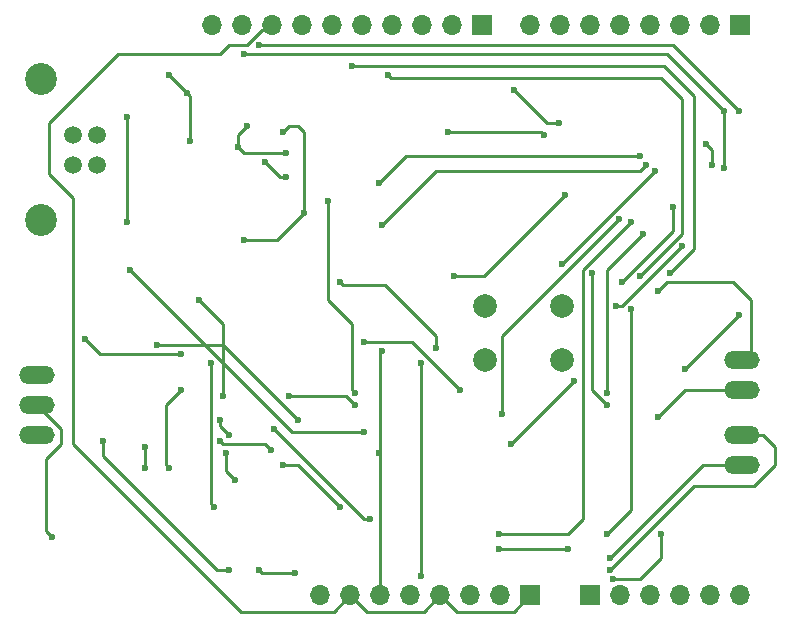
<source format=gbl>
G04 #@! TF.FileFunction,Copper,L2,Bot,Signal*
%FSLAX46Y46*%
G04 Gerber Fmt 4.6, Leading zero omitted, Abs format (unit mm)*
G04 Created by KiCad (PCBNEW 4.0.7) date Sunday, September 09, 2018 'PMt' 03:54:26 PM*
%MOMM*%
%LPD*%
G01*
G04 APERTURE LIST*
%ADD10C,0.100000*%
%ADD11C,1.520000*%
%ADD12C,2.700000*%
%ADD13R,1.700000X1.700000*%
%ADD14O,1.700000X1.700000*%
%ADD15O,3.010000X1.510000*%
%ADD16C,2.000000*%
%ADD17C,0.600000*%
%ADD18C,0.250000*%
G04 APERTURE END LIST*
D10*
D11*
X124460000Y-72390000D03*
X124460000Y-74930000D03*
X122460000Y-74930000D03*
X122460000Y-72390000D03*
D12*
X119760000Y-67660000D03*
X119760000Y-79660000D03*
D13*
X157099000Y-63119000D03*
D14*
X154559000Y-63119000D03*
X152019000Y-63119000D03*
X149479000Y-63119000D03*
X146939000Y-63119000D03*
X144399000Y-63119000D03*
X141859000Y-63119000D03*
X139319000Y-63119000D03*
X136779000Y-63119000D03*
X134239000Y-63119000D03*
D13*
X166243000Y-111379000D03*
D14*
X168783000Y-111379000D03*
X171323000Y-111379000D03*
X173863000Y-111379000D03*
X176403000Y-111379000D03*
X178943000Y-111379000D03*
D13*
X161163000Y-111379000D03*
D14*
X158623000Y-111379000D03*
X156083000Y-111379000D03*
X153543000Y-111379000D03*
X151003000Y-111379000D03*
X148463000Y-111379000D03*
X145923000Y-111379000D03*
X143383000Y-111379000D03*
D13*
X178943000Y-63119000D03*
D14*
X176403000Y-63119000D03*
X173863000Y-63119000D03*
X171323000Y-63119000D03*
X168783000Y-63119000D03*
X166243000Y-63119000D03*
X163703000Y-63119000D03*
X161163000Y-63119000D03*
D15*
X179070000Y-93980000D03*
X179070000Y-91440000D03*
X179070000Y-100330000D03*
X179070000Y-97790000D03*
X119380000Y-97790000D03*
X119380000Y-95250000D03*
X119380000Y-92710000D03*
D16*
X163830000Y-86940000D03*
X163830000Y-91440000D03*
X157330000Y-86940000D03*
X157330000Y-91440000D03*
D17*
X120650000Y-106426000D03*
X128524000Y-98806000D03*
X128524000Y-100584000D03*
X137160000Y-71628000D03*
X140462000Y-73914000D03*
X136398000Y-73406000D03*
X159766000Y-68580000D03*
X163576000Y-71374000D03*
X139446000Y-97282000D03*
X147574000Y-104902000D03*
X133096000Y-86360000D03*
X135128000Y-94488000D03*
X140716000Y-94488000D03*
X146304000Y-95250000D03*
X127254000Y-83820000D03*
X147066000Y-97536000D03*
X129540000Y-90170000D03*
X141478000Y-96520000D03*
X132334000Y-72898000D03*
X132080000Y-68834000D03*
X130556000Y-67310000D03*
X123444000Y-89662000D03*
X131572000Y-90932000D03*
X134112000Y-91694000D03*
X134366000Y-103886000D03*
X147066000Y-89916000D03*
X155194000Y-93980000D03*
X138684000Y-74676000D03*
X140462000Y-75946000D03*
X164338000Y-107442000D03*
X158496000Y-107442000D03*
X170688000Y-80772000D03*
X167640000Y-94234000D03*
X173990000Y-81788000D03*
X168402000Y-86868000D03*
X148336000Y-99314000D03*
X148590000Y-90678000D03*
X163830000Y-83312000D03*
X171704000Y-75438000D03*
X146304000Y-94234000D03*
X144018000Y-77978000D03*
X151892000Y-109728000D03*
X151892000Y-91694000D03*
X153162000Y-90424000D03*
X145034000Y-84836000D03*
X141986000Y-78994000D03*
X136906000Y-81280000D03*
X140208000Y-72136000D03*
X124968000Y-98298000D03*
X135636000Y-109220000D03*
X141224000Y-109474000D03*
X138176000Y-109220000D03*
X127000000Y-70866000D03*
X127000000Y-79756000D03*
X131572000Y-93980000D03*
X130556000Y-100584000D03*
X134874000Y-98298000D03*
X139192000Y-99060000D03*
X140208000Y-100330000D03*
X145034000Y-103886000D03*
X134874000Y-96520000D03*
X135636000Y-97790000D03*
X135382000Y-99314000D03*
X136144000Y-101600000D03*
X173228000Y-78486000D03*
X168910000Y-84836000D03*
X169672000Y-87122000D03*
X167640000Y-106172000D03*
X162306000Y-72390000D03*
X154178000Y-72136000D03*
X164084000Y-77470000D03*
X154686000Y-84328000D03*
X168656000Y-79502000D03*
X158750000Y-96012000D03*
X169672000Y-79756000D03*
X158496000Y-106172000D03*
X167640000Y-95250000D03*
X166370000Y-84074000D03*
X149098000Y-67310000D03*
X170434000Y-84328000D03*
X172974000Y-84074000D03*
X146050000Y-66548000D03*
X178816000Y-87630000D03*
X174244000Y-92202000D03*
X176530000Y-74930000D03*
X176022000Y-73152000D03*
X178816000Y-70358000D03*
X138176000Y-64770000D03*
X177546000Y-75184000D03*
X177546000Y-70358000D03*
X136906000Y-65532000D03*
X170942000Y-74930000D03*
X148590000Y-80010000D03*
X148336000Y-76454000D03*
X170434000Y-74168000D03*
X159512000Y-98552000D03*
X164846000Y-93218000D03*
X171958000Y-85598000D03*
X171958000Y-96266000D03*
X172212000Y-106172000D03*
X168148000Y-109982000D03*
X167894000Y-108204000D03*
X167894000Y-109220000D03*
D18*
X120650000Y-106426000D02*
X120142000Y-105918000D01*
X120142000Y-105918000D02*
X120142000Y-99822000D01*
X120142000Y-99822000D02*
X121412000Y-98552000D01*
X121412000Y-98552000D02*
X121412000Y-97282000D01*
X121412000Y-97282000D02*
X119380000Y-95250000D01*
X128524000Y-100584000D02*
X128524000Y-98806000D01*
X136398000Y-72390000D02*
X136398000Y-73406000D01*
X137160000Y-71628000D02*
X136398000Y-72390000D01*
X136906000Y-73914000D02*
X140462000Y-73914000D01*
X136398000Y-73406000D02*
X136906000Y-73914000D01*
X162560000Y-71374000D02*
X159766000Y-68580000D01*
X163576000Y-71374000D02*
X162560000Y-71374000D01*
X147066000Y-104902000D02*
X139446000Y-97282000D01*
X147574000Y-104902000D02*
X147066000Y-104902000D01*
X135128000Y-88392000D02*
X133096000Y-86360000D01*
X135128000Y-94488000D02*
X135128000Y-88392000D01*
X145542000Y-94488000D02*
X140716000Y-94488000D01*
X146304000Y-95250000D02*
X145542000Y-94488000D01*
X140970000Y-97536000D02*
X127254000Y-83820000D01*
X147066000Y-97536000D02*
X140970000Y-97536000D01*
X135128000Y-90170000D02*
X129540000Y-90170000D01*
X141478000Y-96520000D02*
X135128000Y-90170000D01*
X132080000Y-68834000D02*
X132334000Y-69088000D01*
X132334000Y-69088000D02*
X132334000Y-72898000D01*
X131318000Y-68072000D02*
X132080000Y-68834000D01*
X130556000Y-67310000D02*
X131318000Y-68072000D01*
X124714000Y-90932000D02*
X123444000Y-89662000D01*
X131572000Y-90932000D02*
X124714000Y-90932000D01*
X134112000Y-103632000D02*
X134112000Y-91694000D01*
X134366000Y-103886000D02*
X134112000Y-103632000D01*
X151130000Y-89916000D02*
X147066000Y-89916000D01*
X155194000Y-93980000D02*
X151130000Y-89916000D01*
X138684000Y-74676000D02*
X139954000Y-75946000D01*
X139954000Y-75946000D02*
X140462000Y-75946000D01*
X158496000Y-107442000D02*
X164338000Y-107442000D01*
X167640000Y-83820000D02*
X167640000Y-94234000D01*
X170688000Y-80772000D02*
X167640000Y-83820000D01*
X173990000Y-81788000D02*
X168910000Y-86868000D01*
X168910000Y-86868000D02*
X168402000Y-86868000D01*
X148336000Y-99314000D02*
X148463000Y-99314000D01*
X148463000Y-111379000D02*
X148463000Y-99314000D01*
X148463000Y-99314000D02*
X148463000Y-90805000D01*
X148463000Y-90805000D02*
X148590000Y-90678000D01*
X171704000Y-75438000D02*
X163830000Y-83312000D01*
X146050000Y-93980000D02*
X146304000Y-94234000D01*
X146050000Y-88392000D02*
X146050000Y-93980000D01*
X144018000Y-86360000D02*
X146050000Y-88392000D01*
X144018000Y-77978000D02*
X144018000Y-86360000D01*
X151892000Y-109728000D02*
X151892000Y-91948000D01*
X151892000Y-91948000D02*
X151892000Y-91694000D01*
X153162000Y-90424000D02*
X153162000Y-89408000D01*
X153162000Y-89408000D02*
X148844000Y-85090000D01*
X148844000Y-85090000D02*
X145288000Y-85090000D01*
X145288000Y-85090000D02*
X145034000Y-84836000D01*
X139700000Y-81280000D02*
X136906000Y-81280000D01*
X141986000Y-78994000D02*
X139700000Y-81280000D01*
X141986000Y-72136000D02*
X141986000Y-78994000D01*
X141478000Y-71628000D02*
X141986000Y-72136000D01*
X140716000Y-71628000D02*
X141478000Y-71628000D01*
X140208000Y-72136000D02*
X140716000Y-71628000D01*
X124968000Y-99568000D02*
X124968000Y-98298000D01*
X134620000Y-109220000D02*
X124968000Y-99568000D01*
X135636000Y-109220000D02*
X134620000Y-109220000D01*
X138430000Y-109474000D02*
X141224000Y-109474000D01*
X138176000Y-109220000D02*
X138430000Y-109474000D01*
X127000000Y-70866000D02*
X127000000Y-79756000D01*
X130302000Y-95250000D02*
X131572000Y-93980000D01*
X130302000Y-100330000D02*
X130302000Y-95250000D01*
X130556000Y-100584000D02*
X130302000Y-100330000D01*
X135128000Y-98552000D02*
X134874000Y-98298000D01*
X138684000Y-98552000D02*
X135128000Y-98552000D01*
X139192000Y-99060000D02*
X138684000Y-98552000D01*
X141478000Y-100330000D02*
X140208000Y-100330000D01*
X145034000Y-103886000D02*
X141478000Y-100330000D01*
X134874000Y-97028000D02*
X134874000Y-96520000D01*
X135636000Y-97790000D02*
X134874000Y-97028000D01*
X135382000Y-100838000D02*
X135382000Y-99314000D01*
X136144000Y-101600000D02*
X135382000Y-100838000D01*
X173228000Y-78486000D02*
X173228000Y-80518000D01*
X173228000Y-80518000D02*
X168910000Y-84836000D01*
X169672000Y-87122000D02*
X169672000Y-104140000D01*
X169672000Y-104140000D02*
X167640000Y-106172000D01*
X162306000Y-72390000D02*
X162052000Y-72136000D01*
X162052000Y-72136000D02*
X154178000Y-72136000D01*
X164084000Y-77470000D02*
X157226000Y-84328000D01*
X157226000Y-84328000D02*
X154686000Y-84328000D01*
X168656000Y-79502000D02*
X158750000Y-89408000D01*
X158750000Y-89408000D02*
X158750000Y-96012000D01*
X169672000Y-79756000D02*
X165608000Y-83820000D01*
X165608000Y-83820000D02*
X165608000Y-104902000D01*
X165608000Y-104902000D02*
X164338000Y-106172000D01*
X164338000Y-106172000D02*
X158496000Y-106172000D01*
X166370000Y-93980000D02*
X167640000Y-95250000D01*
X166370000Y-84074000D02*
X166370000Y-93980000D01*
X149352000Y-67564000D02*
X149098000Y-67310000D01*
X172212000Y-67564000D02*
X149352000Y-67564000D01*
X173990000Y-69342000D02*
X172212000Y-67564000D01*
X173990000Y-80772000D02*
X173990000Y-69342000D01*
X170434000Y-84328000D02*
X173990000Y-80772000D01*
X172974000Y-84074000D02*
X175006000Y-82042000D01*
X175006000Y-82042000D02*
X175006000Y-69088000D01*
X175006000Y-69088000D02*
X172466000Y-66548000D01*
X172466000Y-66548000D02*
X146050000Y-66548000D01*
X178816000Y-87630000D02*
X174244000Y-92202000D01*
X176530000Y-73660000D02*
X176530000Y-74930000D01*
X176022000Y-73152000D02*
X176530000Y-73660000D01*
X178816000Y-70358000D02*
X173228000Y-64770000D01*
X173228000Y-64770000D02*
X138176000Y-64770000D01*
X177546000Y-70358000D02*
X177546000Y-75184000D01*
X177546000Y-70358000D02*
X172720000Y-65532000D01*
X172720000Y-65532000D02*
X136906000Y-65532000D01*
X170942000Y-74930000D02*
X170434000Y-75438000D01*
X170434000Y-75438000D02*
X153162000Y-75438000D01*
X153162000Y-75438000D02*
X148590000Y-80010000D01*
X150622000Y-74168000D02*
X148336000Y-76454000D01*
X170434000Y-74168000D02*
X150622000Y-74168000D01*
X159512000Y-98552000D02*
X164846000Y-93218000D01*
X171958000Y-85598000D02*
X172720000Y-84836000D01*
X172720000Y-84836000D02*
X178308000Y-84836000D01*
X178308000Y-84836000D02*
X179832000Y-86360000D01*
X179832000Y-86360000D02*
X179832000Y-90678000D01*
X179832000Y-90678000D02*
X179070000Y-91440000D01*
X174244000Y-93980000D02*
X179070000Y-93980000D01*
X171958000Y-96266000D02*
X174244000Y-93980000D01*
X172212000Y-108204000D02*
X172212000Y-106172000D01*
X170434000Y-109982000D02*
X172212000Y-108204000D01*
X168148000Y-109982000D02*
X170434000Y-109982000D01*
X175768000Y-100330000D02*
X179070000Y-100330000D01*
X167894000Y-108204000D02*
X175768000Y-100330000D01*
X180848000Y-97790000D02*
X179070000Y-97790000D01*
X181864000Y-98806000D02*
X180848000Y-97790000D01*
X181864000Y-100330000D02*
X181864000Y-98806000D01*
X180086000Y-102108000D02*
X181864000Y-100330000D01*
X175006000Y-102108000D02*
X180086000Y-102108000D01*
X167894000Y-109220000D02*
X175006000Y-102108000D01*
X145923000Y-111379000D02*
X147320000Y-112776000D01*
X152146000Y-112776000D02*
X153543000Y-111379000D01*
X147320000Y-112776000D02*
X152146000Y-112776000D01*
X153543000Y-111379000D02*
X154940000Y-112776000D01*
X159766000Y-112776000D02*
X161163000Y-111379000D01*
X154940000Y-112776000D02*
X159766000Y-112776000D01*
X145923000Y-111379000D02*
X144526000Y-112776000D01*
X138430000Y-63500000D02*
X138938000Y-63500000D01*
X137160000Y-64770000D02*
X138430000Y-63500000D01*
X135636000Y-64770000D02*
X137160000Y-64770000D01*
X134874000Y-65532000D02*
X135636000Y-64770000D01*
X126238000Y-65532000D02*
X134874000Y-65532000D01*
X120396000Y-71374000D02*
X126238000Y-65532000D01*
X120396000Y-75692000D02*
X120396000Y-71374000D01*
X122428000Y-77724000D02*
X120396000Y-75692000D01*
X122428000Y-98552000D02*
X122428000Y-77724000D01*
X123698000Y-99822000D02*
X122428000Y-98552000D01*
X136652000Y-112776000D02*
X123698000Y-99822000D01*
X144526000Y-112776000D02*
X136652000Y-112776000D01*
X138938000Y-63500000D02*
X139319000Y-63119000D01*
M02*

</source>
